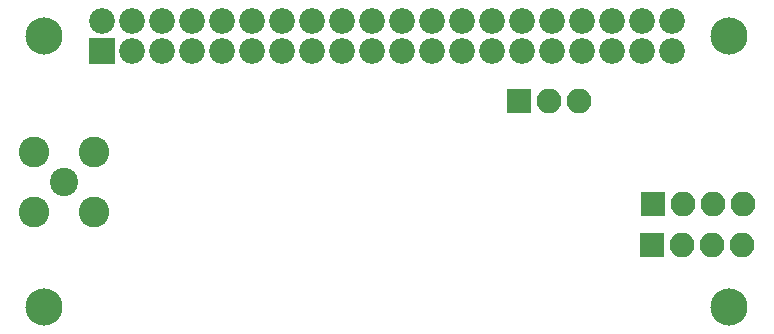
<source format=gbs>
G04 #@! TF.FileFunction,Soldermask,Bot*
%FSLAX46Y46*%
G04 Gerber Fmt 4.6, Leading zero omitted, Abs format (unit mm)*
G04 Created by KiCad (PCBNEW 4.0.6) date 2017 October 20, Friday 03:08:25*
%MOMM*%
%LPD*%
G01*
G04 APERTURE LIST*
%ADD10C,0.100000*%
%ADD11C,3.100000*%
%ADD12R,2.100000X2.100000*%
%ADD13O,2.100000X2.100000*%
%ADD14C,2.600000*%
%ADD15C,2.400000*%
%ADD16R,2.178000X2.178000*%
%ADD17C,2.178000*%
%ADD18C,3.148280*%
G04 APERTURE END LIST*
D10*
D11*
X216959180Y-109237121D03*
X216959180Y-132239361D03*
X158950000Y-132250000D03*
X158950000Y-109250000D03*
D12*
X199136000Y-114808000D03*
D13*
X201676000Y-114808000D03*
X204216000Y-114808000D03*
D12*
X210420000Y-127000000D03*
D13*
X212960000Y-127000000D03*
X215500000Y-127000000D03*
X218040000Y-127000000D03*
D14*
X158060000Y-124190000D03*
X158060000Y-119110000D03*
X163140000Y-119110000D03*
X163140000Y-124190000D03*
D15*
X160600000Y-121650000D03*
D12*
X210500000Y-123500000D03*
D13*
X213040000Y-123500000D03*
X215580000Y-123500000D03*
X218120000Y-123500000D03*
D16*
X163830000Y-110520480D03*
D17*
X163830000Y-107980480D03*
X166370000Y-110520480D03*
X166370000Y-107980480D03*
X168910000Y-110520480D03*
X168910000Y-107980480D03*
X171450000Y-110520480D03*
X171450000Y-107980480D03*
X173990000Y-110520480D03*
X173990000Y-107980480D03*
X176530000Y-110520480D03*
X176530000Y-107980480D03*
X179070000Y-110520480D03*
X179070000Y-107980480D03*
X181610000Y-110520480D03*
X181610000Y-107980480D03*
X184150000Y-110520480D03*
X184150000Y-107980480D03*
X186690000Y-110520480D03*
X186690000Y-107980480D03*
X189230000Y-110520480D03*
X189230000Y-107980480D03*
X191770000Y-110520480D03*
X191770000Y-107980480D03*
X194310000Y-110520480D03*
X194310000Y-107980480D03*
X196850000Y-110520480D03*
X196850000Y-107980480D03*
X199390000Y-110520480D03*
X199390000Y-107980480D03*
X201930000Y-110520480D03*
X201930000Y-107980480D03*
X204470000Y-110520480D03*
X204470000Y-107980480D03*
X207010000Y-110520480D03*
X207010000Y-107980480D03*
X209550000Y-110520480D03*
X209550000Y-107980480D03*
X212090000Y-110520480D03*
X212090000Y-107980480D03*
D18*
X158958280Y-132252720D03*
X158958280Y-109250480D03*
X216959180Y-132252720D03*
X216959180Y-109250480D03*
M02*

</source>
